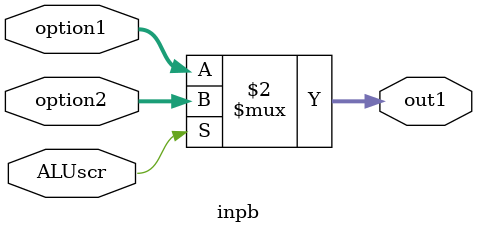
<source format=v>
module inpb(ALUscr, option1, option2, out1);
    input [31:0] option1, option2;
    output [31:0] out1;
    input ALUscr;

    assign out1 = (ALUscr == 1'b0) ? option1 : option2 ;
endmodule

</source>
